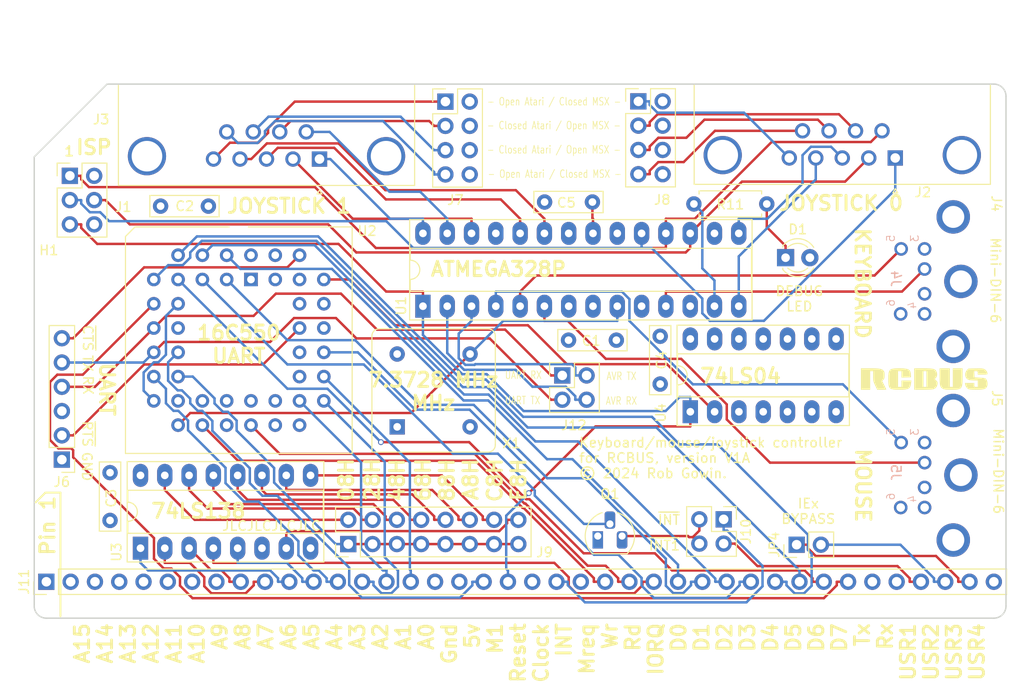
<source format=kicad_pcb>
(kicad_pcb (version 20240108) (generator "pcbnew") (generator_version "8.0")
  (title_block (title "KEMOJO") (date "2024-11-29") (rev "V1A") (comment 1 "Licensed under CC-BY-NC-SA 4.0"))
  (layers (0 "F.Cu" signal) (1 "In1.Cu" power "GND") (2 "In2.Cu" power "PWR") (31 "B.Cu" signal) (34 "B.Paste" user) (35 "F.Paste" user) (36 "B.SilkS" user "B.Silkscreen") (37 "F.SilkS" user "F.Silkscreen") (38 "B.Mask" user) (39 "F.Mask" user) (44 "Edge.Cuts" user))
  (net 0 "")
  (net 1 "GND")
  (net 2 "VCC")
  (net 3 "/D0")
  (net 4 "/D1")
  (net 5 "/D2")
  (net 6 "/D3")
  (net 7 "/D4")
  (net 8 "/D5")
  (net 9 "/D6")
  (net 10 "/D7")
  (net 11 "/AREF")
  (net 12 "Net-(D1-K)")
  (net 13 "/JOY0_FIRE")
  (net 14 "/JOY0_UP")
  (net 15 "/JOY0_DOWN")
  (net 16 "/JOY0_LEFT")
  (net 17 "/JOY0_RIGHT")
  (net 18 "Net-(J8-Pin_1)")
  (net 19 "Net-(J8-Pin_3)")
  (net 20 "Net-(J8-Pin_5)")
  (net 21 "Net-(J8-Pin_7)")
  (net 22 "/JOY1_UP")
  (net 23 "/JOY1_DOWN")
  (net 24 "/A7")
  (net 25 "/A6")
  (net 26 "/A5")
  (net 27 "/A4")
  (net 28 "/A3")
  (net 29 "/A2")
  (net 30 "/A1")
  (net 31 "/A0")
  (net 32 "/JOY1_LEFT")
  (net 33 "/JOY1_RIGHT")
  (net 34 "Net-(J7-Pin_1)")
  (net 35 "/JOY1_FIRE")
  (net 36 "Net-(J7-Pin_3)")
  (net 37 "Net-(J7-Pin_5)")
  (net 38 "Net-(J7-Pin_7)")
  (net 39 "/KBD_DATA")
  (net 41 "/KBD_CLK")
  (net 43 "/MOUSE_DATA")
  (net 45 "/MOUSE_CLK")
  (net 48 "/~{UART_SEL}")
  (net 49 "Net-(J9-Pin_2)")
  (net 50 "Net-(J9-Pin_4)")
  (net 51 "Net-(J9-Pin_6)")
  (net 52 "Net-(J9-Pin_8)")
  (net 53 "Net-(J9-Pin_10)")
  (net 54 "Net-(J9-Pin_12)")
  (net 55 "Net-(J9-Pin_14)")
  (net 56 "Net-(J9-Pin_16)")
  (net 57 "/~{INT1}")
  (net 58 "/~{IRQ}")
  (net 66 "/~{M1}")
  (net 67 "/~{RESET}")
  (net 69 "/~{INT}")
  (net 71 "/~{WR}")
  (net 72 "/~{RD}")
  (net 73 "/~{IORQ}")
  (net 78 "/AVR_TX")
  (net 79 "/AVR_RX")
  (net 80 "/INTR")
  (net 81 "/~{DEBUG_LED}")
  (net 82 "/CLK_OSC")
  (net 88 "Net-(U2-RCLK)")
  (net 99 "/RESET")
  (net 103 "/IEI")
  (net 104 "/IEO")
  (net 116 "/~{UART_RTS}")
  (net 117 "/UART_RX")
  (net 118 "/UART_TX")
  (net 119 "/~{UART_CTS}")
  (footprint "Capacitor_THT:C_Rect_L7.0mm_W2.0mm_P5.00mm" (layer "F.Cu") (at 214.762 124.278 180)
    (property "Reference" "C1")
    (property "Value" "0.1uF")
  )
  (footprint "RCBUS_LOGO:RCBUS" (layer "F.Cu") (at 247.1786 128.3452)
    (property "Reference" "G***")
    (property "Value" "LOGO" (hide yes))
  )
  (footprint "Package_LCC:PLCC-44_THT-Socket" (layer "F.Cu") (at 176.56 117.93)
    (property "Reference" "U2")
    (property "Value" "PC16550D")
  )
  (footprint "Resistor_THT:R_Axial_DIN0207_L6.3mm_D2.5mm_P7.62mm_Horizontal" (layer "F.Cu") (at 222.869 110.028)
    (property "Reference" "R11")
    (property "Value" "470")
  )
  (footprint "CUSTOM:mini_din" (layer "F.Cu") (at 240.2003 137.7685 -90)
    (property "Reference" "J5")
    (property "Value" "Mini-DIN-6")
  )
  (footprint "Capacitor_THT:C_Rect_L7.0mm_W2.0mm_P5.00mm" (layer "F.Cu") (at 167.109 110.255)
    (property "Reference" "C2")
    (property "Value" "0.1uF")
  )
  (footprint "Package_DIP:DIP-16_W7.62mm_Socket_LongPads" (layer "F.Cu") (at 165.01 146.045 90)
    (property "Reference" "U3")
    (property "Value" "74LS138")
  )
  (footprint "Capacitor_THT:C_Rect_L7.0mm_W2.0mm_P5.00mm" (layer "F.Cu") (at 161.825 143.14 90)
    (property "Reference" "C3")
    (property "Value" "0.1uF")
  )
  (footprint "Package_DIP:DIP-14_W7.62mm_Socket_LongPads" (layer "F.Cu") (at 222.495 131.77 90)
    (property "Reference" "U4")
    (property "Value" "74LS04")
  )
  (footprint "Oscillator:Oscillator_DIP-8" (layer "F.Cu") (at 191.847 133.349)
    (property "Reference" "X1")
    (property "Value" "CXO_DIP8")
  )
  (footprint "Connector_PinHeader_2.54mm:PinHeader_2x04_P2.54mm_Vertical" (layer "F.Cu") (at 217.065 99.295)
    (property "Reference" "J8")
    (property "Value" "Conn_02x04_Odd_Even")
  )
  (footprint "Capacitor_THT:C_Rect_L7.0mm_W2.0mm_P5.00mm" (layer "F.Cu") (at 207.259 109.826)
    (property "Reference" "C5")
    (property "Value" "0.1uF")
  )
  (footprint "MountingHole:MountingHole_3.2mm_M3" (layer "F.Cu") (at 158.9786 117.8052)
    (property "Reference" "H1")
    (property "Value" "MountingHole")
  )
  (footprint "Package_TO_SOT_THT:TO-92_HandSolder" (layer "F.Cu") (at 212.82 144.775)
    (property "Reference" "Q1")
    (property "Value" "2N7000")
  )
  (footprint "CUSTOM:mini_din" (layer "F.Cu") (at 240.1969 117.5086 -90)
    (property "Reference" "J4")
    (property "Value" "Mini-DIN-6")
  )
  (footprint "Connector_PinHeader_2.54mm:PinHeader_1x02_P2.54mm_Vertical" (layer "F.Cu") (at 233.61 145.68 90)
    (property "Reference" "JP4")
    (property "Value" "Jumper_2_Bridged")
  )
  (footprint "Connector_PinHeader_2.54mm:PinHeader_2x03_P2.54mm_Vertical" (layer "F.Cu") (at 157.628 107.085)
    (property "Reference" "J1")
    (property "Value" "Conn_02x03_Odd_Even")
  )
  (footprint "Connector_PinHeader_2.54mm:PinHeader_2x08_P2.54mm_Vertical" (layer "F.Cu") (at 186.735 145.615 90)
    (property "Reference" "J9")
    (property "Value" "Conn_02x08_Odd_Even")
  )
  (footprint "LED_THT:LED_D3.0mm" (layer "F.Cu") (at 232.4544 115.6498)
    (property "Reference" "D1")
    (property "Value" "LED")
  )
  (footprint "Connector_Dsub:DSUB-9_Male_Horizontal_P2.77x2.84mm_EdgePinOffset4.94mm_Housed_MountingHolesOffset7.48mm" (layer "F.Cu") (at 183.725 105.3287 180)
    (property "Reference" "J3")
    (property "Value" "DE9_Plug")
  )
  (footprint "Connector_PinHeader_2.54mm:PinHeader_1x40_P2.54mm_Vertical" (layer "F.Cu") (at 155.1686 149.5552 90)
    (property "Reference" "J11")
    (property "Value" "Conn_01x40")
  )
  (footprint "Capacitor_THT:C_Rect_L7.0mm_W2.0mm_P5.00mm" (layer "F.Cu") (at 219.345 128.87 90)
    (property "Reference" "C4")
    (property "Value" "0.1uF")
  )
  (footprint "Connector_PinHeader_2.54mm:PinHeader_2x02_P2.54mm_Vertical" (layer "F.Cu") (at 225.98 143.025 -90)
    (property "Reference" "J10")
    (property "Value" "Conn_02x02_Counter_Clockwise")
  )
  (footprint "Connector_Dsub:DSUB-9_Male_Horizontal_P2.77x2.84mm_EdgePinOffset4.94mm_Housed_MountingHolesOffset7.48mm" (layer "F.Cu") (at 243.9222 105.2161 180)
    (property "Reference" "J2")
    (property "Value" "DE9_Plug")
  )
  (footprint "Connector_PinHeader_2.54mm:PinHeader_2x04_P2.54mm_Vertical" (layer "F.Cu") (at 196.89 99.32)
    (property "Reference" "J7")
    (property "Value" "Conn_02x04_Odd_Even")
  )
  (footprint "Connector_PinHeader_2.54mm:PinHeader_1x06_P2.54mm_Vertical" (layer "F.Cu") (at 156.79 136.779 180)
    (property "Reference" "J6")
    (property "Value" "Conn_01x06_Pin")
  )
  (footprint "Package_DIP:DIP-28_W7.62mm_Socket_LongPads" (layer "F.Cu") (at 194.54 120.725 90)
    (property "Reference" "U1")
    (property "Value" "ATMEGA328P")
  )
  (footprint "Connector_PinHeader_2.54mm:PinHeader_2x02_P2.54mm_Vertical" (layer "F.Cu") (at 209.1114 127.9708)
    (property "Reference" "J12")
    (property "Value" "Conn_02x02_Odd_Even")
  )
  (gr_line (start 155.07208 140.22578) (end 156.6418 140.22578) (stroke (width 0.2)) (layer "F.SilkS"))
  (gr_line (start 156.6418 140.22578) (end 156.6418 153.162) (stroke (width 0.2)) (layer "F.SilkS"))
  (gr_line (start 155.07208 140.22578) (end 154.051 141.2494) (stroke (width 0.2)) (layer "F.SilkS"))
  (gr_line (start 153.8986 105.1052) (end 161.5186 97.4852) (stroke (width 0.15)) (layer "Edge.Cuts"))
  (gr_line (start 153.8986 105.1052) (end 153.8986 152.0952) (stroke (width 0.15)) (layer "Edge.Cuts"))
  (gr_line (start 254.2286 97.4852) (end 161.5186 97.4852) (stroke (width 0.15)) (layer "Edge.Cuts"))
  (gr_arc (start 255.4986 152.0952) (mid 255.126626 152.993226) (end 254.2286 153.3652) (stroke (width 0.15)) (layer "Edge.Cuts"))
  (gr_arc (start 254.2286 97.4852) (mid 255.126626 97.857174) (end 255.4986 98.7552) (stroke (width 0.15)) (layer "Edge.Cuts"))
  (gr_arc (start 155.1686 153.3652) (mid 154.270574 152.993226) (end 153.8986 152.0952) (stroke (width 0.15)) (layer "Edge.Cuts"))
  (gr_line (start 255.4986 98.7552) (end 255.4986 152.0952) (stroke (width 0.15)) (layer "Edge.Cuts"))
  (gr_line (start 155.1686 153.3652) (end 254.2286 153.3652) (stroke (width 0.15)) (layer "Edge.Cuts"))
  (gr_text "Pin 1" (at 155.30068 143.68018 90) (layer "F.SilkS") (effects (font (size 1.5 1.5) (thickness 0.3))))
  (gr_text "68H" (at 195.4386 141.2952 90) (layer "F.SilkS") (effects (font (size 1.5 1.5) (thickness 0.3) (bold yes)) (justify left bottom)))
  (gr_text "7.3728 MHz\nMHz" (at 195.637 131.732676 0) (layer "F.SilkS") (effects (font (size 1.5 1.5) (thickness 0.3) (bold yes)) (justify bottom)))
  (gr_text "RX" (at 158.947422 127.900038 -90) (layer "F.SilkS") (effects (font (size 1 1)) (justify left bottom)))
  (gr_text "UART TX" (at 203.07 131.051 0) (layer "F.SilkS") (effects (font (size 0.8001 0.6) (thickness 0.08001)) (justify left bottom)))
  (gr_text "KEYBOARD" (at 239.6236 112.3902 -90) (layer "F.SilkS") (effects (font (size 1.5 1.5) (thickness 0.3) (bold yes)) (justify left bottom)))
  (gr_text "GND" (at 158.8236 135.8742 -90) (layer "F.SilkS") (effects (font (size 1 1)) (justify left bottom)))
  (gr_text "- Open Atari / Closed MSX -" (at 201.2236 99.7852 0) (layer "F.SilkS") (effects (font (size 0.8001 0.6) (thickness 0.08001)) (justify left bottom)))
  (gr_text "28H" (at 190.1186 141.2652 90) (layer "F.SilkS") (effects (font (size 1.5 1.5) (thickness 0.3) (bold yes)) (justify left bottom)))
  (gr_text "74LS138" (at 165.9786 143.0352 0) (layer "F.SilkS") (effects (font (size 1.5 1.5) (thickness 0.3) (bold yes)) (justify left bottom)))
  (gr_text "TX" (at 158.897893 125.745529 -90) (layer "F.SilkS") (effects (font (size 1 1)) (justify left bottom)))
  (gr_text "ATMEGA328P" (at 195.2086 117.7202 0) (layer "F.SilkS") (effects (font (size 1.5 1.5) (thickness 0.3) (bold yes)) (justify left bottom)))
  (gr_text "~{INT}" (at 219.0186 143.6752 0) (layer "F.SilkS") (effects (font (size 1 1)) (justify left bottom)))
  (gr_text "AVR TX" (at 213.69 128.511 0) (layer "F.SilkS") (effects (font (size 0.8001 0.6) (thickness 0.08001)) (justify left bottom)))
  (gr_text "A8H" (at 200.4086 141.1852 90) (layer "F.SilkS") (effects (font (size 1.5 1.5) (thickness 0.3) (bold yes)) (justify left bottom)))
  (gr_text "- Closed Atari / Open MSX -" (at 201.1986 102.2752 0) (layer "F.SilkS") (effects (font (size 0.8001 0.6) (thickness 0.08001)) (justify left bottom)))
  (gr_text "MOUSE" (at 239.6736 135.4652 -90) (layer "F.SilkS") (effects (font (size 1.5 1.5) (thickness 0.3) (bold yes)) (justify left bottom)))
  (gr_text "88H" (at 197.9286 141.3252 90) (layer "F.SilkS") (effects (font (size 1.5 1.5) (thickness 0.3) (bold yes)) (justify left bottom)))
  (gr_text "- Closed Atari / Open MSX -" (at 201.1986 104.8152 0) (layer "F.SilkS") (effects (font (size 0.8001 0.6) (thickness 0.08001)) (justify left bottom)))
  (gr_text "1" (at 156.9466 105.1052 0) (layer "F.SilkS") (effects (font (size 1 1) (thickness 0.2) (bold yes)) (justify left bottom)))
  (gr_text "~{INT1}" (at 218.0686 146.3552 0) (layer "F.SilkS") (effects (font (size 1 1)) (justify left bottom)))
  (gr_text "E8H" (at 205.4186 141.2652 90) (layer "F.SilkS") (effects (font (size 1.5 1.5) (thickness 0.3) (bold yes)) (justify left bottom)))
  (gr_text "08H" (at 187.3986 141.2952 90) (layer "F.SilkS") (effects (font (size 1.5 1.5) (thickness 0.3) (bold yes)) (justify left bottom)))
  (gr_text "DEBUG\nLED" (at 233.893 121.34 0) (layer "F.SilkS") (effects (font (size 1 1)) (justify bottom)))
  (gr_text "UART" (at 160.6246 126.4922 -90) (layer "F.SilkS") (effects (font (size 1.5 1.5) (thickness 0.3) (bold yes)) (justify left bottom)))
  (gr_text "~{CTS}" (at 158.922658 122.600441 -90) (layer "F.SilkS") (effects (font (size 1 1)) (justify left bottom)))
  (gr_text "JOYSTICK 0" (at 231.6486 110.8252 0) (layer "F.SilkS") (effects (font (size 1.5 1.5) (thickness 0.3) (bold yes)) (justify left bottom)))
  (gr_text "Keyboard/mouse/joystick controller\nfor RCBUS, version V1A\n© 2024 Rob Gowin." (at 210.7826 138.7992 0) (layer "F.SilkS") (effects (font (size 1 1)) (justify left bottom)))
  (gr_text "- Open Atari / Closed MSX -" (at 201.2736 107.3552 0) (layer "F.SilkS") (effects (font (size 0.8001 0.6) (thickness 0.08001)) (justify left bottom)))
  (gr_text "JOYSTICK 1" (at 173.8966 111.1152 0) (layer "F.SilkS") (effects (font (size 1.5 1.5) (thickness 0.3) (bold yes)) (justify left bottom)))
  (gr_text "AVR RX" (at 213.61 131.101 0) (layer "F.SilkS") (effects (font (size 0.8001 0.6) (thickness 0.08001)) (justify left bottom)))
  (gr_text "JLCJLCJLCJLC" (at 173.4586 144.2952 0) (layer "F.SilkS") (effects (font (size 1 1)) (justify left bottom)))
  (gr_text "IEx\nBYPASS" (at 234.8286 143.5652 0) (layer "F.SilkS") (effects (font (size 1 1)) (justify bottom)))
  (gr_text "74LS04" (at 223.3786 128.9052 0) (layer "F.SilkS") (effects (font (size 1.5 1.5) (thickness 0.3) (bold yes)) (justify left bottom)))
  (gr_text "UART RX" (at 203.07 128.401 0) (layer "F.SilkS") (effects (font (size 0.8001 0.6) (thickness 0.08001)) (justify left bottom)))
  (gr_text "ISP" (at 158.1226 104.9742 0) (layer "F.SilkS") (effects (font (size 1.5 1.5) (thickness 0.3) (bold yes)) (justify left bottom)))
  (gr_text "C8H" (at 202.9386 141.3752 90) (layer "F.SilkS") (effects (font (size 1.5 1.5) (thickness 0.3) (bold yes)) (justify left bottom)))
  (gr_text "16C550\nUART" (at 175.2886 126.8082 0) (layer "F.SilkS") (effects (font (size 1.5 1.5) (thickness 0.3) (bold yes)) (justify bottom)))
  (gr_text "48H" (at 192.7186 141.3252 90) (layer "F.SilkS") (effects (font (size 1.5 1.5) (thickness 0.3) (bold yes)) (justify left bottom)))
  (gr_text "A15\nA14\nA13\nA12\nA11\nA10\nA9\nA8\nA7\nA6\nA5\nA4\nA3\nA2\nA1\nA0\nGnd\n5v\nM1\nReset\nClock\nINT\nMreq\nWr\nRd\nIORQ\nD0\nD1\nD2\nD3\nD4\nD5\nD6\nD7\nTx\nRx\nUSR1\nUSR2\nUSR3\nUSR4" (at 205.6862 153.7323 90) (layer "F.SilkS") (effects (font (size 1.49 1.5) (thickness 0.3)) (justify right)))
  (gr_text "~{RTS}" (at 158.873129 132.630053 -90) (layer "F.SilkS") (effects (font (size 1 1)) (justify left bottom)))
  (segment (start 221.2086 147.768) (end 210.1724 136.7318) (width 0.254) (layer "B.Cu") (net 3))
  (segment (start 221.2086 149.5552) (end 221.2086 147.768) (width 0.254) (layer "B.Cu") (net 3))
  (segment (start 198.7895 130.5875) (end 185.0238 116.8218) (width 0.254) (layer "B.Cu") (net 3))
  (segment (start 185.0238 116.8218) (end 175.4518 116.8218) (width 0.254) (layer "B.Cu") (net 3))
  (segment (start 210.1724 136.7318) (end 207.5142 136.7318) (width 0.254) (layer "B.Cu") (net 3))
  (segment (start 175.4518 116.8218) (end 174.02 115.39) (width 0.254) (layer "B.Cu") (net 3))
  (segment (start 201.3699 130.5875) (end 198.7895 130.5875) (width 0.254) (layer "B.Cu") (net 3))
  (segment (start 207.5142 136.7318) (end 201.3699 130.5875) (width 0.254) (layer "B.Cu") (net 3))
  (segment (start 207.5263 138.7237) (end 211.5172 138.7237) (width 0.254) (layer "B.Cu") (net 4))
  (segment (start 219.9386 147.1451) (end 219.9386 149.9737) (width 0.254) (layer "B.Cu") (net 4))
  (segment (start 211.5172 138.7237) (end 219.9386 147.1451) (width 0.254) (layer "B.Cu") (net 4))
  (segment (start 180.37 124.28) (end 187.46 124.28) (width 0.254) (layer "B.Cu") (net 4))
  (segment (start 199.8477 131.0451) (end 207.5263 138.7237) (width 0.254) (layer "B.Cu") (net 4))
  (segment (start 219.9386 149.9737) (end 220.7097 150.7448) (width 0.254) (layer "B.Cu") (net 4))
  (segment (start 223.7486 149.5552) (end 222.5681 149.5552) (width 0.254) (layer "B.Cu") (net 4))
  (segment (start 221.7474 150.7448) (end 222.5681 149.9241) (width 0.254) (layer "B.Cu") (net 4))
  (segment (start 174.02 117.93) (end 180.37 124.28) (width 0.254) (layer "B.Cu") (net 4))
  (segment (start 187.46 124.28) (end 194.2251 131.0451) (width 0.254) (layer "B.Cu") (net 4))
  (segment (start 220.7097 150.7448) (end 221.7474 150.7448) (width 0.254) (layer "B.Cu") (net 4))
  (segment (start 222.5681 149.9241) (end 222.5681 149.5552) (width 0.254) (layer "B.Cu") (net 4))
  (segment (start 194.2251 131.0451) (end 199.8477 131.0451) (width 0.254) (layer "B.Cu") (net 4))
  (segment (start 210.7527 134.8738) (end 206.3032 134.8738) (width 0.254) (layer "B.Cu") (net 5))
  (segment (start 183.2137 114.3437) (end 172.5263 114.3437) (width 0.254) (layer "B.Cu") (net 5))
  (segment (start 172.5263 114.3437) (end 171.48 115.39) (width 0.254) (layer "B.Cu") (net 5))
  (segment (start 226.2886 149.5552) (end 225.1081 149.5552) (width 0.254) (layer "B.Cu") (net 5))
  (segment (start 198.8383 129.9683) (end 183.2137 114.3437) (width 0.254) (layer "B.Cu") (net 5))
  (segment (start 225.1081 149.2292) (end 210.7527 134.8738) (width 0.254) (layer "B.Cu") (net 5))
  (segment (start 206.3032 134.8738) (end 201.3977 129.9683) (width 0.254) (layer "B.Cu") (net 5))
  (segment (start 201.3977 129.9683) (end 198.8383 129.9683) (width 0.254) (layer "B.Cu") (net 5))
  (segment (start 225.1081 149.5552) (end 225.1081 149.2292) (width 0.254) (layer "B.Cu") (net 5))
  (segment (start 226.3184 151.2538) (end 218.6904 151.2538) (width 0.254) (layer "B.Cu") (net 6))
  (segment (start 227.6481 149.5552) (end 227.6481 149.9241) (width 0.254) (layer "B.Cu") (net 6))
  (segment (start 218.6904 151.2538) (end 217.3986 149.962) (width 0.254) (layer "B.Cu") (net 6))
  (segment (start 180.37 126.82) (end 171.48 117.93) (width 0.254) (layer "B.Cu") (net 6))
  (segment (start 202.3809 136.1547) (end 197.6873 136.1547) (width 0.254) (layer "B.Cu") (net 6))
  (segment (start 217.3986 149.1514) (end 214.9765 146.7293) (width 0.254) (layer "B.Cu") (net 6))
  (segment (start 227.6481 149.9241) (end 226.3184 151.2538) (width 0.254) (layer "B.Cu") (net 6))
  (segment (start 206.232 140.0058) (end 202.3809 136.1547) (width 0.254) (layer "B.Cu") (net 6))
  (segment (start 228.8286 149.5552) (end 227.6481 149.5552) (width 0.254) (layer "B.Cu") (net 6))
  (segment (start 206.232 140.5397) (end 206.232 140.0058) (width 0.254) (layer "B.Cu") (net 6))
  (segment (start 197.6873 136.1547) (end 188.3526 126.82) (width 0.254) (layer "B.Cu") (net 6))
  (segment (start 214.9765 146.7293) (end 212.4216 146.7293) (width 0.254) (layer "B.Cu") (net 6))
  (segment (start 217.3986 149.962) (end 217.3986 149.1514) (width 0.254) (layer "B.Cu") (net 6))
  (segment (start 212.4216 146.7293) (end 206.232 140.5397) (width 0.254) (layer "B.Cu") (net 6))
  (segment (start 188.3526 126.82) (end 180.37 126.82) (width 0.254) (layer "B.Cu") (net 6))
  (segment (start 235.1786 146.612) (end 235.1786 149.9759) (width 0.254) (layer "B.Cu") (net 7))
  (segment (start 183.5863 113.4222) (end 198.5695 128.4054) (width 0.254) (layer "B.Cu") (net 7))
  (segment (start 170.9078 113.4222) (end 183.5863 113.4222) (width 0.254) (layer "B.Cu") (net 7))
  (segment (start 168.94 115.39) (end 170.9078 113.4222) (width 0.254) (layer "B.Cu") (net 7))
  (segment (start 218.4772 132.2962) (end 221.3644 135.1834) (width 0.254) (layer "B.Cu") (net 7))
  (segment (start 234.7906 144.6293) (end 234.7906 146.224) (width 0.254) (layer "B.Cu") (net 7))
  (segment (start 235.1786 149.9759) (end 234.3773 150.7772) (width 0.254) (layer "B.Cu") (net 7))
  (segment (start 233.4042 150.7772) (end 232.5491 149.9221) (width 0.254) (layer "B.Cu") (net 7))
  (segment (start 221.3644 135.1834) (end 225.3447 135.1834) (width 0.254) (layer "B.Cu") (net 7))
  (segment (start 198.5695 128.4054) (end 201.1292 128.4054) (width 0.254) (layer "B.Cu") (net 7))
  (segment (start 225.3447 135.1834) (end 234.7906 144.6293) (width 0.254) (layer "B.Cu") (net 7))
  (segment (start 205.02 132.2962) (end 218.4772 132.2962) (width 0.254) (layer "B.Cu") (net 7))
  (segment (start 234.3773 150.7772) (end 233.4042 150.7772) (width 0.254) (layer "B.Cu") (net 7))
  (segment (start 201.1292 128.4054) (end 205.02 132.2962) (width 0.254) (layer "B.Cu") (net 7))
  (segment (start 234.7906 146.224) (end 235.1786 146.612) (width 0.254) (layer "B.Cu") (net 7))
  (segment (start 231.3686 149.5552) (end 232.5491 149.5552) (width 0.254) (layer "B.Cu") (net 7))
  (segment (start 232.5491 149.9221) (end 232.5491 149.5552) (width 0.254) (layer "B.Cu") (net 7))
  (segment (start 201.2709 129.1942) (end 205.4968 133.4201) (width 0.254) (layer "B.Cu") (net 8))
  (segment (start 183.4032 113.8861) (end 198.7113 129.1942) (width 0.254) (layer "B.Cu") (net 8))
  (segment (start 233.9086 149.5552) (end 233.9086 148.3747) (width 0.254) (layer "B.Cu") (net 8))
  (segment (start 198.7113 129.1942) (end 201.2709 129.1942) (width 0.254) (layer "B.Cu") (net 8))
  (segment (start 171.419 113.8861) (end 183.4032 113.8861) (width 0.254) (layer "B.Cu") (net 8))
  (segment (start 205.4968 133.4201) (end 218.954 133.4201) (width 0.254) (layer "B.Cu") (net 8))
  (segment (start 170.21 115.0951) (end 171.419 113.8861) (width 0.254) (layer "B.Cu") (net 8))
  (segment (start 170.21 115.6418) (end 170.21 115.0951) (width 0.254) (layer "B.Cu") (net 8))
  (segment (start 218.954 133.4201) (end 233.9086 148.3747) (width 0.254) (layer "B.Cu") (net 8))
  (segment (start 169.42 116.4318) (end 170.21 115.6418) (width 0.254) (layer "B.Cu") (net 8))
  (segment (start 167.8982 116.4318) (end 169.42 116.4318) (width 0.254) (layer "B.Cu") (net 8))
  (segment (start 166.4 117.93) (end 167.8982 116.4318) (width 0.254) (layer "B.Cu") (net 8))
  (segment (start 199.3742 134.95) (end 205.3404 140.9162) (width 0.254) (layer "F.Cu") (net 9))
  (segment (start 205.3404 140.9162) (end 205.6758 140.9162) (width 0.254) (layer "F.Cu") (net 9))
  (segment (start 235.2681 149.1862) (end 235.2681 149.5552) (width 0.254) (layer "F.Cu") (net 9))
  (segment (start 218.7864 146.5755) (end 220.5856 148.3747) (width 0.254) (layer "F.Cu") (net 9))
  (segment (start 211.3351 146.5755) (end 218.7864 146.5755) (width 0.254) (layer "F.Cu") (net 9))
  (segment (start 220.5856 148.3747) (end 234.4566 148.3747) (width 0.254) (layer "F.Cu") (net 9))
  (segment (start 205.6758 140.9162) (end 211.3351 146.5755) (width 0.254) (layer "F.Cu") (net 9))
  (segment (start 190.1474 134.95) (end 199.3742 134.95) (width 0.254) (layer "F.Cu") (net 9))
  (segment (start 234.4566 148.3747) (end 235.2681 149.1862) (width 0.254) (layer "F.Cu") (net 9))
  (segment (start 236.4486 149.5552) (end 235.2681 149.5552) (width 0.254) (layer "F.Cu") (net 9))
  (via (at 190.1474 134.95) (size 0.6) (drill 0.4) (layers "F.Cu" "B.Cu") (net 9))
  (segment (start 180.37 129.36) (end 168.94 117.93) (width 0.254) (layer "B.Cu") (net 9))
  (segment (start 190.1474 134.95) (end 184.5574 129.36) (width 0.254) (layer "B.Cu") (net 9))
  (segment (start 184.5574 129.36) (end 180.37 129.36) (width 0.254) (layer "B.Cu") (net 9))
  (segment (start 157.7768 135.5984) (end 157.9705 135.7921) (width 0.254) (layer "F.Cu") (net 10))
  (segment (start 157.9705 135.7921) (end 157.9705 136.5346) (width 0.254) (layer "F.Cu") (net 10))
  (segment (start 169.1386 149.9639) (end 170.4479 151.2732) (width 0.254) (layer "F.Cu") (net 10))
  (segment (start 157.9705 136.5346) (end 166.4194 144.9835) (width 0.254) (layer "F.Cu") (net 10))
  (segment (start 167.4447 148.1738) (end 168.2423 148.1738) (width 0.254) (layer "F.Cu") (net 10))
  (segment (start 169.1386 149.0701) (end 169.1386 149.9639) (width 0.254) (layer "F.Cu") (net 10))
  (segment (start 155.5475 128.6533) (end 155.5475 134.7238) (width 0.254) (layer "F.Cu") (net 10))
  (segment (start 155.5475 134.7238) (end 156.4221 135.5984) (width 0.254) (layer "F.Cu") (net 10))
  (segment (start 238.9886 149.5552) (end 237.8081 149.5552) (width 0.254) (layer "F.Cu") (net 10))
  (segment (start 170.4479 151.2732) (end 236.459 151.2732) (width 0.254) (layer "F.Cu") (net 10))
  (segment (start 166.4194 144.9835) (end 166.4194 147.1485) (width 0.254) (layer "F.Cu") (net 10))
  (segment (start 168.2423 148.1738) (end 169.1386 149.0701) (width 0.254) (layer "F.Cu") (net 10))
  (segment (start 166.4194 147.1485) (end 167.4447 148.1738) (width 0.254) (layer "F.Cu") (net 10))
  (segment (start 237.8081 149.9241) (end 237.8081 149.5552) (width 0.254) (layer "F.Cu") (net 10))
  (segment (start 236.459 151.2732) (end 237.8081 149.9241) (width 0.254) (layer "F.Cu") (net 10))
  (segment (start 166.4 120.47) (end 158.981 127.889) (width 0.254) (layer "F.Cu") (net 10))
  (segment (start 158.981 127.889) (end 156.3118 127.889) (width 0.254) (layer "F.Cu") (net 10))
  (segment (start 156.4221 135.5984) (end 157.7768 135.5984) (width 0.254) (layer "F.Cu") (net 10))
  (segment (start 156.3118 127.889) (end 155.5475 128.6533) (width 0.254) (layer "F.Cu") (net 10))
  (segment (start 212.32 111.5745) (end 212.259 111.5135) (width 0.254) (layer "F.Cu") (net 11))
  (segment (start 212.32 113.105) (end 212.32 111.5745) (width 0.254) (layer "F.Cu") (net 11))
  (segment (start 212.259 111.5135) (end 212.259 109.826) (width 0.254) (layer "F.Cu") (net 11))
  (segment (start 232.4544 115.6498) (end 232.4544 114.4193) (width 0.254) (layer "F.Cu") (net 12))
  (segment (start 230.489 112.4539) (end 230.489 110.028) (width 0.254) (layer "F.Cu") (net 12))
  (segment (start 232.4544 114.4193) (end 230.489 112.4539) (width 0.254) (layer "F.Cu") (net 12))
  (segment (start 189.6148 114.6355) (end 219.94 114.6355) (width 0.254) (layer "F.Cu") (net 13))
  (segment (start 219.94 111.5745) (end 222.9662 111.5745) (width 0.254) (layer "F.Cu") (net 13))
  (segment (start 222.9662 111.5745) (end 230.9949 103.5458) (width 0.254) (layer "F.Cu") (net 13))
  (segment (start 159.62 108.2655) (end 183.2448 108.2655) (width 0.254) (layer "F.Cu") (net 13))
  (segment (start 183.2448 108.2655) (end 189.6148 114.6355) (width 0.254) (layer "F.Cu") (net 13))
  (segment (start 158.8085 107.085) (end 158.8085 107.454) (width 0.254) (layer "F.Cu") (net 13))
  (segment (start 219.94 113.105) (end 219.94 111.5745) (width 0.254) (layer "F.Cu") (net 13))
  (segment (start 219.94 113.105) (end 219.94 114.6355) (width 0.254) (layer "F.Cu") (net 13))
  (segment (start 158.8085 107.454) (end 159.62 108.2655) (width 0.254) (layer "F.Cu") (net 13))
  (segment (start 157.628 107.085) (end 158.8085 107.085) (width 0.254) (layer "F.Cu") (net 13))
  (segment (start 230.9949 103.5458) (end 241.3675 103.5458) (width 0.254) (layer "F.Cu") (net 13))
  (segment (start 241.3675 103.5458) (end 242.5372 102.3761) (width 0.254) (layer "F.Cu") (net 13))
  (segment (start 224.5377 122.2556) (end 230.1935 122.2556) (width 0.254) (layer "B.Cu") (net 14))
  (segment (start 157.628 109.625) (end 158.8085 109.625) (width 0.254) (layer "B.Cu") (net 14))
  (segment (start 159.7116 110.895) (end 158.8085 109.9919) (width 0.254) (layer "B.Cu") (net 14))
  (segment (start 217.4 114.6355) (end 193.5153 114.6355) (width 0.254) (layer "B.Cu") (net 14))
  (segment (start 161.7362 111.8298) (end 160.8014 110.895) (width 0.254) (layer "B.Cu") (net 14))
  (segment (start 217.4 114.5211) (end 217.4 114.6355) (width 0.254) (layer "B.Cu") (net 14))
  (segment (start 223.75 119.9333) (end 223.75 121.4679) (width 0.254) (layer "B.Cu") (net 14))
  (segment (start 217.4 113.105) (end 217.4 114.5211) (width 0.254) (layer "B.Cu") (net 14))
  (segment (start 223.75 121.4679) (end 224.5377 122.2556) (width 0.254) (layer "B.Cu") (net 14))
  (segment (start 218.4522 114.6355) (end 223.75 119.9333) (width 0.254) (layer "B.Cu") (net 14))
  (segment (start 160.8014 110.895) (end 159.7116 110.895) (width 0.254) (layer "B.Cu") (net 14))
  (segment (start 230.1935 122.2556) (end 243.9222 108.5269) (width 0.254) (layer "B.Cu") (net 14))
  (segment (start 193.5153 114.6355) (end 190.7096 111.8298) (width 0.254) (layer "B.Cu") (net 14))
  (segment (start 217.4 114.6355) (end 218.4522 114.6355) (width 0.254) (layer "B.Cu") (net 14))
  (segment (start 190.7096 111.8298) (end 161.7362 111.8298) (width 0.254) (layer "B.Cu") (net 14))
  (segment (start 158.8085 109.9919) (end 158.8085 109.625) (width 0.254) (layer "B.Cu") (net 14))
  (segment (start 243.9222 108.5269) (end 243.9222 105.2161) (width 0.254) (layer "B.Cu") (net 14))
  (segment (start 238.6766 107.6917) (end 227.8933 107.6917) (width 0.254) (layer "F.Cu") (net 15))
  (segment (start 160.168 109.625) (end 161.3485 109.625) (width 0.254) (layer "F.Cu") (net 15))
  (segment (start 187.5718 115.0995) (end 184.6327 112.1604) (width 0.254) (layer "F.Cu") (net 15))
  (segment (start 163.8839 112.1604) (end 161.3485 109.625) (width 0.254) (layer "F.Cu") (net 15))
  (segment (start 222.48 114.6355) (end 222.016 115.0995) (width 0.254) (layer "F.Cu") (net 15))
  (segment (start 222.016 115.0995) (end 187.5718 115.0995) (width 0.254) (layer "F.Cu") (net 15))
  (segment (start 222.48 113.105) (end 222.48 114.6355) (width 0.254) (layer "F.Cu") (net 15))
  (segment (start 184.6327 112.1604) (end 163.8839 112.1604) (width 0.254) (layer "F.Cu") (net 15))
  (segment (start 241.1522 105.2161) (end 238.6766 107.6917) (width 0.254) (layer "F.Cu") (net 15))
  (segment (start 227.8933 107.6917) (end 222.48 113.105) (width 0.254) (layer "F.Cu") (net 15))
  (segment (start 237.2125 104.0464) (end 238.3822 105.2161) (width 0.254) (layer "B.Cu") (net 16))
  (segment (start 227.56 113.105) (end 227.56 111.5745) (width 0.254) (layer "B.Cu") (net 16))
  (segment (start 234.2272 104.9206) (end 235.1014 104.0464) (width 0.254) (layer "B.Cu") (net 16))
  (segment (start 227.56 111.5745) (end 230.5414 111.5745) (width 0.254) (layer "B.Cu") (net 16))
  (segment (start 235.1014 104.0464) (end 237.2125 104.0464) (width 0.254) (layer "B.Cu") (net 16))
  (segment (start 234.2272 107.8887) (end 234.2272 104.9206) (width 0.254) (layer "B.Cu") (net 16))
  (segment (start 230.5414 111.5745) (end 234.2272 107.8887) (width 0.254) (layer "B.Cu") (net 16))
  (segment (start 227.56 120.725) (end 227.56 119.1945) (width 0.254) (layer "B.Cu") (net 17))
  (segment (start 227.56 119.1945) (end 227.56 115.5142) (width 0.254) (layer "B.Cu") (net 17))
  (segment (start 227.56 115.5142) (end 235.6122 107.462) (width 0.254) (layer "B.Cu") (net 17))
  (segment (start 235.6122 107.462) (end 235.6122 105.2161) (width 0.254) (layer "B.Cu") (net 17))
  (segment (start 217.065 99.295) (end 218.2455 99.295) (width 0.254) (layer "B.Cu") (net 18))
  (segment (start 218.2455 99.664) (end 218.2455 99.295) (width 0.254) (layer "B.Cu") (net 18))
  (segment (start 219.057 100.4755) (end 218.2455 99.664) (width 0.254) (layer "B.Cu") (net 18))
  (segment (start 232.8422 105.2161) (end 228.1016 100.4755) (width 0.254) (layer "B.Cu") (net 18))
  (segment (start 228.1016 100.4755) (end 219.057 100.4755) (width 0.254) (layer "B.Cu") (net 18))
  (segment (start 238.0355 100.6444) (end 219.0692 100.6444) (width 0.254) (layer "F.Cu") (net 19))
  (segment (start 217.065 101.835) (end 218.2455 101.835) (width 0.254) (layer "F.Cu") (net 19))
  (segment (start 219.0692 100.6444) (end 218.2455 101.4681) (width 0.254) (layer "F.Cu") (net 19))
  (segment (start 239.7672 102.3761) (end 238.0355 100.6444) (width 0.254) (layer "F.Cu") (net 19))
  (segment (start 218.2455 101.4681) (end 218.2455 101.835) (width 0.254) (layer "F.Cu") (net 19))
  (segment (start 223.9714 101.2115) (end 222.0779 103.105) (width 0.254) (layer "F.Cu") (net 20))
  (segment (start 217.065 104.375) (end 218.2455 104.375) (width 0.254) (layer "F.Cu") (net 20))
  (segment (start 222.0779 103.105) (end 219.1486 103.105) (width 0.254) (layer "F.Cu") (net 20))
  (segment (start 218.2455 104.0081) (end 218.2455 104.375) (width 0.254) (layer "F.Cu") (net 20))
  (segment (start 219.1486 103.105) (end 218.2455 104.0081) (width 0.254) (layer "F.Cu") (net 20))
  (segment (start 235.8326 101.2115) (end 223.9714 101.2115) (width 0.254) (layer "F.Cu") (net 20))
  (segment (start 236.9972 102.3761) (end 235.8326 101.2115) (width 0.254) (layer "F.Cu") (net 20))
  (segment (start 218.2455 106.5481) (end 218.2455 106.915) (width 0.254) (layer "F.Cu") (net 21))
  (segment (start 221.8005 105.645) (end 219.1486 105.645) (width 0.254) (layer "F.Cu") (net 21))
  (segment (start 225.0694 102.3761) (end 221.8005 105.645) (width 0.254) (layer "F.Cu") (net 21))
  (segment (start 219.1486 105.645) (end 218.2455 106.5481) (width 0.254) (layer "F.Cu") (net 21))
  (segment (start 234.2272 102.3761) (end 225.0694 102.3761) (width 0.254) (layer "F.Cu") (net 21))
  (segment (start 217.065 106.915) (end 218.2455 106.915) (width 0.254) (layer "F.Cu") (net 21))
  (segment (start 194.54 113.105) (end 194.54 111.5745) (width 0.254) (layer "B.Cu") (net 22))
  (segment (start 183.725 105.3287) (end 184.8555 105.3287) (width 0.254) (layer "B.Cu") (net 22))
  (segment (start 191.1013 111.5745) (end 184.8555 105.3287) (width 0.254) (layer "B.Cu") (net 22))
  (segment (start 194.54 111.5745) (end 191.1013 111.5745) (width 0.254) (layer "B.Cu") (net 22))
  (segment (start 199.62 113.105) (end 199.62 111.5745) (width 0.254) (layer "F.Cu") (net 23))
  (segment (start 187.2008 111.5745) (end 180.955 105.3287) (width 0.254) (layer "F.Cu") (net 23))
  (segment (start 199.62 111.5745) (end 187.2008 111.5745) (width 0.254) (layer "F.Cu") (net 23))
  (segment (start 173.4966 148.3747) (end 172.4197 148.3747) (width 0.254) (layer "F.Cu") (net 24))
  (segment (start 175.4886 149.5552) (end 174.3081 149.5552) (width 0.254) (layer "F.Cu") (net 24))
  (segment (start 172.4197 148.3747) (end 170.09 146.045) (width 0.254) (layer "F.Cu") (net 24))
  (segment (start 174.3081 149.5552) (end 174.3081 149.1862) (width 0.254) (layer "F.Cu") (net 24))
  (segment (start 174.3081 149.1862) (end 173.4966 148.3747) (width 0.254) (layer "F.Cu") (net 24))
  (segment (start 167.55 146.045) (end 167.55 147.5755) (width 0.254) (layer "F.Cu") (net 25))
  (segment (start 176.0055 150.7667) (end 172.4238 150.7667) (width 0.254) (layer "F.Cu") (net 25))
  (segment (start 176.8481 149.5552) (end 176.8481 149.9241) (width 0.254) (layer "F.Cu") (net 25))
  (segment (start 171.6786 149.0822) (end 170.1719 147.5755) (width 0.254) (layer "F.Cu") (net 25))
  (segment (start 170.1719 147.5755) (end 167.55 147.5755) (width 0.254) (layer "F.Cu") (net 25))
  (segment (start 171.6786 150.0215) (end 171.6786 149.0822) (width 0.254) (layer "F.Cu") (net 25))
  (segment (start 178.0286 149.5552) (end 176.8481 149.5552) (width 0.254) (layer "F.Cu") (net 25))
  (segment (start 176.8481 149.9241) (end 176.0055 150.7667) (width 0.254) (layer "F.Cu") (net 25))
  (segment (start 172.4238 150.7667) (end 171.6786 150.0215) (width 0.254) (layer "F.Cu") (net 25))
  (segment (start 180.5686 149.5552) (end 179.3881 149.5552) (width 0.254) (layer "B.Cu") (net 26))
  (segment (start 165.01 146.045) (end 165.01 147.5755) (width 0.254) (layer "B.Cu") (net 26))
  (segment (start 179.3881 149.5552) (end 179.3881 149.1862) (width 0.254) (layer "B.Cu") (net 26))
  (segment (start 165.8092 148.3747) (end 165.01 147.5755) (width 0.254) (layer "B.Cu") (net 26))
  (segment (start 178.5766 148.3747) (end 165.8092 148.3747) (width 0.254) (layer "B.Cu") (net 26))
  (segment (start 179.3881 149.1862) (end 178.5766 148.3747) (width 0.254) (layer "B.Cu") (net 26))
  (segment (start 183.1086 149.5552) (end 181.9281 149.5552) (width 0.254) (layer "B.Cu") (net 27))
  (segment (start 181.9281 149.1863) (end 180.3173 147.5755) (width 0.254) (layer "B.Cu") (net 27))
  (segment (start 180.3173 147.5755) (end 175.17 147.5755) (width 0.254) (layer "B.Cu") (net 27))
  (segment (start 181.9281 149.5552) (end 181.9281 149.1863) (width 0.254) (layer "B.Cu") (net 27))
  (segment (start 175.17 146.045) (end 175.17 147.5755) (width 0.254) (layer "B.Cu") (net 27))
  (segment (start 181.52 146.7857) (end 181.52 145.3158) (width 0.254) (layer "B.Cu") (net 28))
  (segment (start 175.8215 141.1597) (end 173.9 139.2382) (width 0.254) (layer "B.Cu") (net 28))
  (segment (start 169.9818 132.69) (end 168.9636 131.6718) (width 0.254) (layer "B.Cu") (net 28))
  (segment (start 168.9636 131.6718) (end 168.46 131.6718) (width 0.254) (layer "B.Cu") (net 28))
  (segment (start 183.109 148.3747) (end 181.52 146.7857) (width 0.254) (layer "B.Cu") (net 28))
  (segment (start 168.46 131.6718) (end 167.67 130.8818) (width 0.254) (layer "B.Cu") (net 28))
  (segment (start 173.9 137.6269) (end 169.9818 133.7087) (width 0.254) (layer "B.Cu") (net 28))
  (segment (start 177.3639 141.1597) (end 175.8215 141.1597) (width 0.254) (layer "B.Cu") (net 28))
  (segment (start 184.4681 149.1862) (end 183.6566 148.3747) (width 0.254) (layer "B.Cu") (net 28))
  (segment (start 185.6486 149.5552) (end 184.4681 149.5552) (width 0.254) (layer "B.Cu") (net 28))
  (segment (start 167.67 130.8818) (end 167.67 129.36) (width 0.254) (layer "B.Cu") (net 28))
  (segment (start 169.9818 133.7087) (end 169.9818 132.69) (width 0.254) (layer "B.Cu") (net 28))
  (segment (start 167.67 129.36) (end 166.4 128.09) (width 0.254) (layer "B.Cu") (net 28))
  (segment (start 173.9 139.2382) (end 173.9 137.6269) (width 0.254) (layer "B.Cu") (net 28))
  (segment (start 183.6566 148.3747) (end 183.109 148.3747) (width 0.254) (layer "B.Cu") (net 28))
  (segment (start 184.4681 149.5552) (end 184.4681 149.1862) (width 0.254) (layer "B.Cu") (net 28))
  (segment (start 181.52 145.3158) (end 177.3639 141.1597) (width 0.254) (layer "B.Cu") (net 28))
  (segment (start 190.545 146.9932) (end 190.545 136.995) (width 0.254) (layer "B.Cu") (net 29))
  (segment (start 190.545 136.995) (end 184.18 130.63) (width 0.254) (layer "B.Cu") (net 29))
  (segment (start 189.3691 149.9241) (end 190.2076 150.7626) (width 0.254) (layer "B.Cu") (net 29))
  (segment (start 190.2076 150.7626) (end 191.2377 150.7626) (width 0.254) (layer "B.Cu") (net 29))
  (segment (start 191.2377 150.7626) (end 191.9286 150.0717) (width 0.254) (layer "B.Cu") (net 29))
  (segment (start 191.9286 148.3768) (end 190.545 146.9932) (width 0.254) (layer "B.Cu") (net 29))
  (segment (start 191.9286 150.0717) (end 191.9286 148.3768) (width 0.254) (layer "B.Cu") (net 29))
  (segment (start 188.1886 149.5552) (end 189.3691 149.5552) (width 0.254) (layer "B.Cu") (net 29))
  (segment (start 189.3691 149.5552) (end 189.3691 149.9241) (width 0.254) (layer "B.Cu") (net 29))
  (segment (start 190.7286 148.3747) (end 190.3597 148.3747) (width 0.254) (layer "B.Cu") (net 30))
  (segment (start 190.3597 148.3747) (end 188.0719 146.0869) (width 0.254) (layer "B.Cu") (net 30))
  (segment (start 190.7286 149.5552) (end 190.7286 148.3747) (width 0.254) (layer "B.Cu") (net 30))
  (segment (start 188.0719 146.0869) (end 188.0719 137.0619) (width 0.254) (layer "B.Cu") (net 30))
  (segment (start 188.0719 137.0619) (end 181.64 130.63) (width 0.254) (layer "B.Cu") (net 30))
  (segment (start 193.2686 149.5552) (end 193.2686 148.3747) (width 0.254) (layer "B.Cu") (net 31))
  (segment (start 193.2686 148.3747) (end 193.1744 148.2805) (width 0.254) (layer "B.Cu") (net 31))
  (segment (start 193.1744 137.0844) (end 184.18 128.09) (width 0.254) (layer "B.Cu") (net 31))
  (segment (start 193.1744 148.2805) (end 193.1744 137.0844) (width 0.254) (layer "B.Cu") (net 31))
  (segment (start 190.6629 109.5529) (end 185.265 104.155) (width 0.254) (layer "F.Cu") (net 32))
  (segment (start 202.6784 109.5529) (end 190.6629 109.5529) (width 0.254) (layer "F.Cu") (net 32))
  (segment (start 204.7 113.105) (end 204.7 111.5745) (width 0.254) (layer "F.Cu") (net 32))
  (segment (start 204.7 111.5745) (end 202.6784 109.5529) (width 0.254) (layer "F.Cu") (net 32))
  (segment (start 179.3587 104.155) (end 178.185 105.3287) (width 0.254) (layer "F.Cu") (net 32))
  (segment (start 185.265 104.155) (end 179.3587 104.155) (width 0.254) (layer "F.Cu") (net 32))
  (segment (start 190.6152 108.5903) (end 185.7169 103.692) (width 0.254) (layer "F.Cu") (net 33))
  (segment (start 178.2229 103.692) (end 176.5862 105.3287) (width 0.254) (layer "F.Cu") (net 33))
  (segment (start 185.7169 103.692) (end 178.2229 103.692) (width 0.254) (layer "F.Cu") (net 33))
  (segment (start 207.24 113.105) (end 207.24 111.5745) (width 0.254) (layer "F.Cu") (net 33))
  (segment (start 207.24 111.5745) (end 204.2558 108.5903) (width 0.254) (layer "F.Cu") (net 33))
  (segment (start 176.5862 105.3287) (end 175.415 105.3287) (width 0.254) (layer "F.Cu") (net 33))
  (segment (start 204.2558 108.5903) (end 190.6152 108.5903) (width 0.254) (layer "F.Cu") (net 33))
  (segment (start 174.3545 103.6192) (end 172.645 105.3287) (width 0.254) (layer "F.Cu") (net 34))
  (segment (start 177.3222 103.6192) (end 174.3545 103.6192) (width 0.254) (layer "F.Cu") (net 34))
  (segment (start 178.3469 102.113) (end 178.3469 102.5945) (width 0.254) (layer "F.Cu") (net 34))
  (segment (start 196.89 99.32) (end 181.1399 99.32) (width 0.254) (layer "F.Cu") (net 34))
  (segment (start 181.1399 99.32) (end 178.3469 102.113) (width 0.254) (layer "F.Cu") (net 34))
  (segment (start 178.3469 102.5945) (end 177.3222 103.6192) (width 0.254) (layer "F.Cu") (net 34))
  (segment (start 197.08 113.105) (end 197.08 111.5745) (width 0.254) (layer "B.Cu") (net 35))
  (segment (start 197.08 111.5745) (end 194.2568 108.7513) (width 0.254) (layer "B.Cu") (net 35))
  (segment (start 191.0438 108.7513) (end 184.7812 102.4887) (width 0.254) (layer "B.Cu") (net 35))
  (segment (start 194.2568 108.7513) (end 191.0438 108.7513) (width 0.254) (layer "B.Cu") (net 35))
  (segment (start 184.7812 102.4887) (end 182.34 102.4887) (width 0.254) (layer "B.Cu") (net 35))
  (segment (start 179.57 102.4887) (end 180.7085 101.3502) (width 0.254) (layer "F.Cu") (net 36))
  (segment (start 196.89 101.86) (end 195.7095 101.86) (width 0.254) (layer "F.Cu") (net 36))
  (segment (start 195.1997 101.3502) (end 195.7095 101.86) (width 0.254) (layer "F.Cu") (net 36))
  (segment (start 180.7085 101.3502) (end 195.1997 101.3502) (width 0.254) (layer "F.Cu") (net 36))
  (segment (start 195.7095 104.4) (end 192.2036 100.8941) (width 0.254) (layer "B.Cu") (net 37))
  (segment (start 196.89 104.4) (end 195.7095 104.4) (width 0.254) (layer "B.Cu") (net 37))
  (segment (start 192.2036 100.8941) (end 178.3946 100.8941) (width 0.254) (layer "B.Cu") (net 37))
  (segment (start 178.3946 100.8941) (end 176.8 102.4887) (width 0.254) (layer "B.Cu") (net 37))
  (segment (start 175.1889 103.6476) (end 177.24 103.6476) (width 0.254) (layer "B.Cu") (net 38))
  (segment (start 179.0766 101.3517) (end 190.3658 101.3517) (width 0.254) (layer "B.Cu") (net 38))
  (segment (start 178.0231 102.8645) (end 178.0231 102.4052) (width 0.254) (layer "B.Cu") (net 38))
  (segment (start 196.89 106.94) (end 195.7095 106.94) (width 0.254) (layer "B.Cu") (net 38))
  (segment (start 178.0231 102.4052) (end 179.0766 101.3517) (width 0.254) (layer "B.Cu") (net 38))
  (segment (start 190.3658 101.3517) (end 195.7095 106.6954) (width 0.254) (layer "B.Cu") (net 38))
  (segment (start 195.7095 106.6954) (end 195.7095 106.94) (width 0.254) (layer "B.Cu") (net 38))
  (segment (start 174.03 102.4887) (end 175.1889 103.6476) (width 0.254) (layer "B.Cu") (net 38))
  (segment (start 177.24 103.6476) (end 178.0231 102.8645) (width 0.254) (layer "B.Cu") (net 38))
  (segment (start 244.6248 119.1945) (end 246.9863 116.833) (width 0.254) (layer "F.Cu") (net 39))
  (segment (start 219.94 120.725) (end 219.94 119.1945) (width 0.254) (layer "F.Cu") (net 39))
  (segment (start 219.94 119.1945) (end 244.6248 119.1945) (width 0.254) (layer "F.Cu") (net 39))
  (segment (start 206.3793 117.5152) (end 241.755 117.5152) (width 0.254) (layer "F.Cu") (net 41))
  (segment (start 204.7 120.725) (end 204.7 119.1945) (width 0.254) (layer "F.Cu") (net 41))
  (segment (start 204.7 119.1945) (end 206.3793 117.5152) (width 0.254) (layer "F.Cu") (net 41))
  (segment (start 241.755 117.5152) (end 244.5378 114.7324) (width 0.254) (layer "F.Cu") (net 41))
  (segment (start 207.24 120.725) (end 207.24 122.2555) (width 0.254) (layer "F.Cu") (net 43))
  (segment (start 246.9897 137.0929) (end 230.8266 137.0929) (width 0.254) (layer "F.Cu") (net 43))
  (segment (start 226.305 130.9971) (end 221.5404 126.2325) (width 0.254) (layer "F.Cu") (net 43))
  (segment (start 209.679 122.2555) (end 207.24 122.2555) (width 0.254) (layer "F.Cu") (net 43))
  (segment (start 221.5404 126.2325) (end 213.656 126.2325) (width 0.254) (layer "F.Cu") (net 43))
  (segment (start 230.8266 137.0929) (end 226.305 132.5713) (width 0.254) (layer "F.Cu") (net 43))
  (segment (start 226.305 132.5713) (end 226.305 130.9971) (width 0.254) (layer "F.Cu") (net 43))
  (segment (start 213.656 126.2325) (end 209.679 122.2555) (width 0.254) (layer "F.Cu") (net 43))
  (segment (start 202.16 119.1945) (end 215.3395 119.1945) (width 0.254) (layer "B.Cu") (net 45))
  (segment (start 238.4448 128.8959) (end 244.5412 134.9923) (width 0.254) (layer "B.Cu") (net 45))
  (segment (start 215.3395 119.1945) (end 216.13 119.985) (width 0.254) (layer "B.Cu") (net 45))
  (segment (start 202.16 120.725) (end 202.16 119.1945) (width 0.254) (layer "B.Cu") (net 45))
  (segment (start 216.13 119.985) (end 216.13 122.2704) (width 0.254) (layer "B.Cu") (net 45))
  (segment (start 222.7555 128.8959) (end 238.4448 128.8959) (width 0.254) (layer "B.Cu") (net 45))
  (segment (start 216.13 122.2704) (end 222.7555 128.8959) (width 0.254) (layer "B.Cu") (net 45))
  (segment (start 191.815 145.615) (end 189.275 145.615) (width 0.254) (layer "F.Cu") (net 48))
  (segment (start 194.355 145.615) (end 191.815 145.615) (width 0.254) (layer "F.Cu") (net 48))
  (segment (start 199.435 145.615) (end 196.895 145.615) (width 0.254) (layer "F.Cu") (net 48))
  (segment (start 189.275 145.615) (end 186.735 145.615) (width 0.254) (layer "F.Cu") (net 48))
  (segment (start 196.895 145.615) (end 194.355 145.615) (width 0.254) (layer "F.Cu") (net 48))
  (segment (start 204.515 145.615) (end 201.975 145.615) (width 0.254) (layer "F.Cu") (net 48))
  (segment (start 201.975 145.615) (end 199.435 145.615) (width 0.254) (layer "F.Cu") (net 48))
  (segment (start 186.735 145.615) (end 185.4157 145.615) (width 0.254) (layer "B.Cu") (net 48))
  (segment (start 175.0618 132.69) (end 174.1451 131.7733) (width 0.254) (layer "B.Cu") (net 48))
  (segment (start 185.4157 145.615) (end 178.98 139.1793) (width 0.254) (layer "B.Cu") (net 48))
  (segment (start 170.4739 128.09) (end 168.94 128.09) (width 0.254) (layer "B.Cu") (net 48))
  (segment (start 178.98 139.1793) (end 178.98 137.6547) (width 0.254) (layer "B.Cu") (net 48))
  (segment (start 173.6235 131.7733) (end 172.75 130.8998) (width 0.254) (layer "B.Cu") (net 48))
  (segment (start 174.1451 131.7733) (end 173.6235 131.7733) (width 0.254) (layer "B.Cu") (net 48))
  (segment (start 175.0618 133.7365) (end 175.0618 132.69) (width 0.254) (layer "B.Cu") (net 48))
  (segment (start 172.75 130.8998) (end 172.75 130.3661) (width 0.254) (layer "B.Cu") (net 48))
  (segment (start 172.75 130.3661) (end 170.4739 128.09) (width 0.254) (layer "B.Cu") (net 48))
  (segment (start 178.98 137.6547) (end 175.0618 133.7365) (width 0.254) (layer "B.Cu") (net 48))
  (segment (start 170.6695 143.075) (end 167.55 139.9555) (width 0.254) (layer "F.Cu") (net 49))
  (segment (start 186.735 143.075) (end 170.6695 143.075) (width 0.254) (layer "F.Cu") (net 49))
  (segment (start 167.55 138.425) (end 167.55 139.9555) (width 0.254) (layer "F.Cu") (net 49))
  (segment (start 188.0945 142.706) (end 187.283 141.8945) (width 0.254) (layer "F.Cu") (net 50))
  (segment (start 187.283 141.8945) (end 172.029 141.8945) (width 0.254) (layer "F.Cu") (net 50))
  (segment (start 188.0945 143.075) (end 188.0945 142.706) (width 0.254) (layer "F.Cu") (net 50))
  (segment (start 170.09 138.425) (end 170.09 139.9555) (width 0.254) (layer "F.Cu") (net 50))
  (segment (start 172.029 141.8945) (end 170.09 139.9555) (width 0.254) (layer "F.Cu") (net 50))
  (segment (start 189.275 143.075) (end 188.0945 143.075) (width 0.254) (layer "F.Cu") (net 50))
  (segment (start 172.63 139.9555) (end 174.1115 141.437) (width 0.254) (layer "F.Cu") (net 51))
  (segment (start 191.815 143.075) (end 190.6345 143.075) (width 0.254) (layer "F.Cu") (net 51))
  (segment (start 190.6345 142.7081) (end 190.6345 143.075) (width 0.254) (layer "F.Cu") (net 51))
  (segment (start 172.63 138.425) (end 172.63 139.9555) (width 0.254) (layer "F.Cu") (net 51))
  (segment (start 174.1115 141.437) (end 189.3634 141.437) (width 0.254) (layer "F.Cu") (net 51))
  (segment (start 189.3634 141.437) (end 190.6345 142.7081) (width 0.254) (layer "F.Cu") (net 51))
  (segment (start 175.17 138.425) (end 175.17 139.9555) (width 0.254) (layer "F.Cu") (net 52))
  (segment (start 175.17 139.9555) (end 176.194 140.9795) (width 0.254) (layer "F.Cu") (net 52))
  (segment (start 176.194 140.9795) (end 191.4459 140.9795) (width 0.254) (layer "F.Cu") (net 52))
  (segment (start 193.1745 142.7081) (end 193.1745 143.075) (width 0.254) (layer "F.Cu") (net 52))
  (segment (start 191.4459 140.9795) (end 193.1745 142.7081) (width 0.254) (layer "F.Cu") (net 52))
  (segment (start 194.355 143.075) (end 193.1745 143.075) (width 0.254) (layer "F.Cu") (net 52))
  (segment (start 196.895 143.075) (end 195.7145 143.075) (width 0.254) (layer "F.Cu") (net 53))
  (segment (start 193.4194 140.413) (end 195.7145 142.7081) (width 0.254) (layer "F.Cu") (net 53))
  (segment (start 177.71 139.9555) (end 178.1675 140.413) (width 0.254) (layer "F.Cu") (net 53))
  (segment (start 195.7145 142.7081) (end 195.7145 143.075) (width 0.254) (layer "F.Cu") (net 53))
  (segment (start 178.1675 140.413) (end 193.4194 140.413) (width 0.254) (layer "F.Cu") (net 53))
  (segment (start 177.71 138.425) (end 177.71 139.9555) (width 0.254) (layer "F.Cu") (net 53))
  (segment (start 195.5039 139.9555) (end 180.25 139.9555) (width 0.254) (layer "F.Cu") (net 54))
  (segment (start 198.2545 142.7061) (end 195.5039 139.9555) (width 0.254) (layer "F.Cu") (net 54))
  (segment (start 199.435 143.075) (end 198.2545 143.075) (width 0.254) (layer "F.Cu") (net 54))
  (segment (start 198.2545 143.075) (end 198.2545 142.7061) (width 0.254) (layer "F.Cu") (net 54))
  (segment (start 180.25 138.425) (end 180.25 139.9555) (width 0.254) (layer "F.Cu") (net 54))
  (segment (start 200.7945 142.7081) (end 200.7945 143.075) (width 0.254) (layer "F.Cu") (net 55))
  (segment (start 182.79 138.425) (end 196.5114 138.425) (width 0.254) (layer "F.Cu") (net 55))
  (segment (start 201.975 143.075) (end 200.7945 143.075) (width 0.254) (layer "F.Cu") (net 55))
  (segment (start 196.5114 138.425) (end 200.7945 142.7081) (width 0.254) (layer "F.Cu") (net 55))
  (segment (start 203.3345 143.444) (end 202.523 144.2555) (width 0.254) (layer "F.Cu") (net 56))
  (segment (start 203.3345 143.075) (end 203.3345 143.444) (width 0.254) (layer "F.Cu") (net 56))
  (segment (start 202.523 144.2555) (end 180.509 144.2555) (width 0.254) (layer "F.Cu") (net 56))
  (segment (start 204.515 143.075) (end 203.3345 143.075) (width 0.254) (layer "F.Cu") (net 56))
  (segment (start 180.509 144.2555) (end 180.25 144.5145) (width 0.254) (layer "F.Cu") (net 56))
  (segment (start 180.25 146.045) (end 180.25 144.5145) (width 0.254) (layer "F.Cu") (net 56))
  (segment (start 229.5127 147.9172) (end 244.157 147.9172) (width 0.254) (layer "F.Cu") (net 57))
  (segment (start 244.157 147.9172) (end 245.4281 149.1883) (width 0.254) (layer "F.Cu") (net 57))
  (segment (start 245.4281 149.1883) (end 245.4281 149.5552) (width 0.254) (layer "F.Cu") (net 57))
  (segment (start 246.6086 149.5552) (end 245.4281 149.5552) (width 0.254) (layer "F.Cu") (net 57))
  (segment (start 227.1605 145.565) (end 229.5127 147.9172) (width 0.254) (layer "F.Cu") (net 57))
  (segment (start 225.98 145.565) (end 227.1605 145.565) (width 0.254) (layer "F.Cu") (net 57))
  (segment (start 215.36 144.775) (end 222.2595 144.775) (width 0.254) (layer "F.Cu") (net 58))
  (segment (start 223.44 143.025) (end 223.44 144.2055) (width 0.254) (layer "F.Cu") (net 58))
  (segment (start 222.7603 144.8852) (end 223.44 144.2055) (width 0.254) (layer "F.Cu") (net 58))
  (segment (start 223.44 145.565) (end 222.7603 144.8852) (width 0.254) (layer "F.Cu") (net 58))
  (segment (start 222.7602 144.8853) (end 222.7603 144.8852) (width 0.254) (layer "F.Cu") (net 58))
  (segment (start 222.3698 144.8853) (end 222.7602 144.8853) (width 0.254) (layer "F.Cu") (net 58))
  (segment (start 222.2595 144.775) (end 222.3698 144.8853) (width 0.254) (layer "F.Cu") (net 58))
  (segment (start 172.5258 132.7315) (end 171.4661 131.6718) (width 0.254) (layer "B.Cu") (net 66))
  (segment (start 167.8955 126.5945) (end 168.94 125.55) (width 0.254) (layer "B.Cu") (net 66))
  (segment (start 172.5258 133.7663) (end 172.5258 132.7315) (width 0.254) (layer "B.Cu") (net 66))
  (segment (start 177.7614 140.5627) (end 176.44 139.2413) (width 0.254) (layer "B.Cu") (net 66))
  (segment (start 179.3151 140.5627) (end 177.7614 140.5627) (width 0.254) (layer "B.Cu") (net 66))
  (segment (start 170.995 131.6718) (end 170.21 130.8868) (width 0.254) (layer "B.Cu") (net 66))
  (segment (start 171.4661 131.6718) (end 170.995 131.6718) (width 0.254) (layer "B.Cu") (net 66))
  (segment (start 186.8292 148.0768) (end 179.3151 140.5627) (width 0.254) (layer "B.Cu") (net 66))
  (segment (start 176.44 137.6805) (end 172.5258 133.7663) (width 0.254) (layer "B.Cu") (net 66))
  (segment (start 186.8292 149.8982) (end 186.8292 148.0768) (width 0.254) (layer "B.Cu") (net 66))
  (segment (start 199.7081 149.9241) (end 198.412 151.2202) (width 0.254) (layer "B.Cu") (net 66))
  (segment (start 200.8886 149.5552) (end 199.7081 149.5552) (width 0.254) (layer "B.Cu") (net 66))
  (segment (start 188.1512 151.2202) (end 186.8292 149.8982) (width 0.254) (layer "B.Cu") (net 66))
  (segment (start 176.44 139.2413) (end 176.44 137.6805) (width 0.254) (layer "B.Cu") (net 66))
  (segment (start 167.8955 128.5285) (end 167.8955 126.5945) (width 0.254) (layer "B.Cu") (net 66))
  (segment (start 168.8953 129.5283) (end 167.8955 128.5285) (width 0.254) (layer "B.Cu") (net 66))
  (segment (start 198.412 151.2202) (end 188.1512 151.2202) (width 0.254) (layer "B.Cu") (net 66))
  (segment (start 170.21 130.8868) (end 170.21 130.3997) (width 0.254) (layer "B.Cu") (net 66))
  (segment (start 169.3386 129.5283) (end 168.8953 129.5283) (width 0.254) (layer "B.Cu") (net 66))
  (segment (start 199.7081 149.5552) (end 199.7081 149.9241) (width 0.254) (layer "B.Cu") (net 66))
  (segment (start 170.21 130.3997) (end 169.3386 129.5283) (width 0.254) (layer "B.Cu") (net 66))
  (segment (start 222.495 133.3005) (end 212.5867 133.3005) (width 0.254) (layer "F.Cu") (net 67))
  (segment (start 190.6964 119.1945) (end 194.54 119.1945) (width 0.254) (layer "F.Cu") (net 67))
  (segment (start 212.5867 133.3005) (end 205.6015 140.2857) (width 0.254) (layer "F.Cu") (net 67))
  (segment (start 194.54 120.725) (end 194.54 119.1945) (width 0.254) (layer "F.Cu") (net 67))
  (segment (start 185.7082 114.2063) (end 190.6964 119.1945) (width 0.254) (layer "F.Cu") (net 67))
  (segment (start 160.4829 114.2063) (end 185.7082 114.2063) (width 0.254) (layer "F.Cu") (net 67))
  (segment (start 158.8085 112.165) (end 158.8085 112.5319) (width 0.254) (layer "F.Cu") (net 67))
  (segment (start 158.8085 112.5319) (end 160.4829 114.2063) (width 0.254) (layer "F.Cu") (net 67))
  (segment (start 157.628 112.165) (end 158.8085 112.165) (width 0.254) (layer "F.Cu") (net 67))
  (segment (start 222.495 131.77) (end 222.495 133.3005) (width 0.254) (layer "F.Cu") (net 67))
  (via (at 205.6015 140.2857) (size 0.6) (drill 0.4) (layers "F.Cu" "B.Cu") (net 67))
  (segment (start 198.6486 127.8376) (end 194.54 123.729) (width 0.254) (layer "B.Cu") (net 67))
  (segment (start 221.3645 130.2395) (end 219.9059 131.6981) (width 0.254) (layer "B.Cu") (net 67))
  (segment (start 194.54 123.729) (end 194.54 122.2555) (width 0.254) (layer "B.Cu") (net 67))
  (segment (start 194.54 120.725) (end 194.54 122.2555) (width 0.254) (layer "B.Cu") (net 67))
  (segment (start 222.495 130.2395) (end 221.3645 130.2395) (width 0.254) (layer "B.Cu") (net 67))
  (segment (start 203.245 142.6422) (end 203.245 148.1911) (width 0.254) (layer "B.Cu") (net 67))
  (segment (start 203.4286 149.5552) (end 203.4286 148.3747) (width 0.254) (layer "B.Cu") (net 67))
  (segment (start 219.9059 131.6981) (end 205.0689 131.6981) (width 0.254) (layer "B.Cu") (net 67))
  (segment (start 201.2084 127.8376) (end 198.6486 127.8376) (width 0.254) (layer "B.Cu") (net 67))
  (segment (start 205.0689 131.6981) (end 201.2084 127.8376) (width 0.254) (layer "B.Cu") (net 67))
  (segment (start 222.495 131.77) (end 222.495 130.2395) (width 0.254) (layer "B.Cu") (net 67))
  (segment (start 203.245 148.1911) (end 203.4286 148.3747) (width 0.254) (layer "B.Cu") (net 67))
  (segment (start 205.6015 140.2857) (end 203.245 142.6422) (width 0.254) (layer "B.Cu") (net 67))
  (segment (start 208.5086 149.5552) (end 209.6891 149.5552) (width 0.254) (layer "B.Cu") (net 69))
  (segment (start 230.0442 147.9008) (end 230.0442 150.0285) (width 0.254) (layer "B.Cu") (net 69))
  (segment (start 230.0442 150.0285) (end 228.3613 151.7114) (width 0.254) (layer "B.Cu") (net 69))
  (segment (start 209.6891 149.9221) (end 209.6891 149.5552) (width 0.254) (layer "B.Cu") (net 69))
  (segment (start 226.3489 144.2055) (end 230.0442 147.9008) (width 0.254) (layer "B.Cu") (net 69))
  (segment (start 211.4784 151.7114) (end 209.6891 149.9221) (width 0.254) (layer "B.Cu") (net 69))
  (segment (start 225.98 143.025) (end 225.98 144.2055) (width 0.254) (layer "B.Cu") (net 69))
  (segment (start 228.3613 151.7114) (end 211.4784 151.7114) (width 0.254) (layer "B.Cu") (net 69))
  (segment (start 225.98 144.2055) (end 226.3489 144.2055) (width 0.254) (layer "B.Cu") (net 69))
  (segment (start 175.2044 136.8944) (end 200.0246 136.8944) (width 0.254) (layer "F.Cu") (net 71))
  (segment (start 204.9614 141.8312) (end 205.0682 141.8312) (width 0.254) (layer "F.Cu") (net 71))
  (segment (start 212.4081 149.1711) (end 212.4081 149.5552) (width 0.254) (layer "F.Cu") (net 71))
  (segment (start 213.5886 149.5552) (end 212.4081 149.5552) (width 0.254) (layer "F.Cu") (net 71))
  (segment (start 200.0246 136.8944) (end 204.9614 141.8312) (width 0.254) (layer "F.Cu") (net 71))
  (segment (start 171.48 133.17) (end 175.2044 136.8944) (width 0.254) (layer "F.Cu") (net 71))
  (segment (start 205.0682 141.8312) (end 212.4081 149.1711) (width 0.254) (layer "F.Cu") (net 71))
  (segment (start 176.56 133.17) (end 179.5605 136.1705) (width 0.254) (layer "F.Cu") (net 72))
  (segment (start 211.7631 147.8791) (end 213.6409 147.8791) (width 0.254) (layer "F.Cu") (net 72))
  (segment (start 214.9481 149.1863) (end 214.9481 149.5552) (width 0.254) (layer "F.Cu") (net 72))
  (segment (start 205.1509 141.3737) (end 205.2577 141.3737) (width 0.254) (layer "F.Cu") (net 72))
  (segment (start 205.2577 141.3737) (end 211.7631 147.8791) (width 0.254) (layer "F.Cu") (net 72))
  (segment (start 179.5605 136.1705) (end 199.9477 136.1705) (width 0.254) (layer "F.Cu") (net 72))
  (segment (start 216.1286 149.5552) (end 214.9481 149.5552) (width 0.254) (layer "F.Cu") (net 72))
  (segment (start 213.6409 147.8791) (end 214.9481 149.1863) (width 0.254) (layer "F.Cu") (net 72))
  (segment (start 199.9477 136.1705) (end 205.1509 141.3737) (width 0.254) (layer "F.Cu") (net 72))
  (segment (start 216.6509 150.7613) (end 210.5577 150.7613) (width 0.254) (layer "F.Cu") (net 73))
  (segment (start 218.6686 149.5552) (end 217.4881 149.5552) (width 0.254) (layer "F.Cu") (net 73))
  (segment (start 209.7786 149.0779) (end 208.2762 147.5755) (width 0.254) (layer "F.Cu") (net 73))
  (segment (start 210.5577 150.7613) (end 209.7786 149.9822) (width 0.254) (layer "F.Cu") (net 73))
  (segment (start 217.4881 149.5552) (end 217.4881 149.9241) (width 0.254) (layer "F.Cu") (net 73))
  (segment (start 209.7786 149.9822) (end 209.7786 149.0779) (width 0.254) (layer "F.Cu") (net 73))
  (segment (start 208.2762 147.5755) (end 172.63 147.5755) (width 0.254) (layer "F.Cu") (net 73))
  (segment (start 217.4881 149.9241) (end 216.6509 150.7613) (width 0.254) (layer "F.Cu") (net 73))
  (segment (start 172.63 146.045) (end 172.63 147.5755) (width 0.254) (layer "F.Cu") (net 73))
  (segment (start 199.62 120.725) (end 199.62 122.2555) (width 0.254) (layer "B.Cu") (net 78))
  (segment (start 198.2796 123.5959) (end 199.62 122.2555) (width 0.254) (layer "B.Cu") (net 78))
  (segment (start 198.969 126.8598) (end 198.2796 126.1704) (width 0.254) (layer "B.Cu") (net 78))
  (segment (start 199.9418 126.8598) (end 198.969 126.8598) (width 0.254) (layer "B.Cu") (net 78))
  (segment (start 210.4709 127.136) (end 210.1251 126.7902) (width 0.254) (layer "B.Cu") (net 78))
  (segment (start 210.4709 127.9708) (end 210.4709 127.136) (width 0.254) (layer "B.Cu") (net 78))
  (segment (start 198.2796 126.1704) (end 198.2796 123.5959) (width 0.254) (layer "B.Cu") (net 78))
  (segment (start 200.0114 126.7902) (end 199.9418 126.8598) (width 0.254) (layer "B.Cu") (net 78))
  (segment (start 210.1251 126.7902) (end 200.0114 126.7902) (width 0.254) (layer "B.Cu") (net 78))
  (segment (start 211.6514 127.9708) (end 210.4709 127.9708) (width 0.254) (layer "B.Cu") (net 78))
  (segment (start 197.08 125.622) (end 198.838 127.38) (width 0.254) (layer "B.Cu") (net 79))
  (segment (start 209.4784 129.1514) (end 210.4709 130.1439) (width 0.254) (layer "B.Cu") (net 79))
  (segment (start 210.4709 130.1439) (end 210.4709 130.5108) (width 0.254) (layer "B.Cu") (net 79))
  (segment (start 204.2169 127.38) (end 205.9883 129.1514) (width 0.254) (layer "B.Cu") (net 79))
  (segment (start 198.838 127.38) (end 204.2169 127.38) (width 0.254) (layer "B.Cu") (net 79))
  (segment (start 205.9883 129.1514) (end 209.4784 129.1514) (width 0.254) (layer "B.Cu") (net 79))
  (segment (start 197.08 120.725) (end 197.08 122.2555) (width 0.254) (layer "B.Cu") (net 79))
  (segment (start 197.08 122.2555) (end 197.08 125.622) (width 0.254) (layer "B.Cu") (net 79))
  (segment (start 211.6514 130.5108) (end 210.4709 130.5108) (width 0.254) (layer "B.Cu") (net 79))
  (segment (start 184.18 125.55) (end 187.7297 125.55) (width 0.254) (layer "B.Cu") (net 80))
  (segment (start 199.4239 131.5531) (end 211.3758 143.505) (width 0.254) (layer "B.Cu") (net 80))
  (segment (start 187.7297 125.55) (end 193.7328 131.5531) (width 0.254) (layer "B.Cu") (net 80))
  (segment (start 211.3758 143.505) (end 214.09 143.505) (width 0.254) (layer "B.Cu") (net 80))
  (segment (start 193.7328 131.5531) (end 199.4239 131.5531) (width 0.254) (layer "B.Cu") (net 80))
  (segment (start 223.75 110.909) (end 222.869 110.028) (width 0.254) (layer "B.Cu") (net 81))
  (segment (start 225.02 118.036) (end 223.75 116.766) (width 0.254) (layer "B.Cu") (net 81))
  (segment (start 225.02 120.725) (end 225.02 118.036) (width 0.254) (layer "B.Cu") (net 81))
  (segment (start 223.75 116.766) (end 223.75 110.909) (width 0.254) (layer "B.Cu") (net 81))
  (segment (start 170.21 131.9) (end 168.94 133.17) (width 0.254) (layer "F.Cu") (net 82))
  (segment (start 199.467 125.729) (end 193.296 131.9) (width 0.254) (layer "F.Cu") (net 82))
  (segment (start 193.296 131.9) (end 170.21 131.9) (width 0.254) (layer "F.Cu") (net 82))
  (segment (start 214.86 122.2555) (end 202.9405 122.2555) (width 0.254) (layer "B.Cu") (net 82))
  (segment (start 202.9405 122.2555) (end 199.467 125.729) (width 0.254) (layer "B.Cu") (net 82))
  (segment (start 214.86 120.725) (end 214.86 122.2555) (width 0.254) (layer "B.Cu") (net 82))
  (segment (start 165.3388 127.6595) (end 166.4065 126.5918) (width 0.254) (layer "B.Cu") (net 88))
  (segment (start 167.67 125.8022) (end 167.67 121.74) (width 0.254) (layer "B.Cu") (net 88))
  (segment (start 167.67 121.74) (end 168.94 120.47) (width 0.254) (layer "B.Cu") (net 88))
  (segment (start 166.4 130.63) (end 165.3388 129.5688) (width 0.254) (layer "B.Cu") (net 88))
  (segment (start 166.8804 126.5918) (end 167.67 125.8022) (width 0.254) (layer "B.Cu") (net 88))
  (segment (start 166.4065 126.5918) (end 166.8804 126.5918) (width 0.254) (layer "B.Cu") (net 88))
  (segment (start 165.3388 129.5688) (end 165.3388 127.6595) (width 0.254) (layer "B.Cu") (net 88))
  (segment (start 209.5864 126.7902) (end 205.5165 122.7203) (width 0.254) (layer "F.Cu") (net 99))
  (segment (start 205.5165 122.7203) (end 191.6289 122.7203) (width 0.254) (layer "F.Cu") (net 99))
  (segment (start 191.6289 122.7203) (end 186.8386 117.93) (width 0.254) (layer "F.Cu") (net 99))
  (segment (start 186.8386 117.93) (end 184.18 117.93) (width 0.254) (layer "F.Cu") (net 99))
  (segment (start 225.035 131.77) (end 220.0552 126.7902) (width 0.254) (layer "F.Cu") (net 99))
  (segment (start 220.0552 126.7902) (end 209.5864 126.7902) (width 0.254) (layer "F.Cu") (net 99))
  (segment (start 247.9681 149.1863) (end 244.4618 145.68) (width 0.254) (layer "B.Cu") (net 103))
  (segment (start 247.9681 149.5552) (end 247.9681 149.1863) (width 0.254) (layer "B.Cu") (net 103))
  (segment (start 244.4618 145.68) (end 236.15 145.68) (width 0.254) (layer "B.Cu") (net 103))
  (segment (start 249.1486 149.5552) (end 247.9681 149.5552) (width 0.254) (layer "B.Cu") (net 103))
  (segment (start 251.6886 149.5552) (end 250.5081 149.5552) (width 0.254) (layer "F.Cu") (net 104))
  (segment (start 235.602 146.8605) (end 234.7905 146.049) (width 0.254) (layer "F.Cu") (net 104))
  (segment (start 250.5081 149.5552) (end 250.5081 149.1863) (width 0.254) (layer "F.Cu") (net 104))
  (segment (start 234.7905 146.049) (end 234.7905 145.68) (width 0.254) (layer "F.Cu") (net 104))
  (segment (start 250.5081 149.1863) (end 248.1823 146.8605) (width 0.254) (layer "F.Cu") (net 104))
  (segment (start 248.1823 146.8605) (end 235.602 146.8605) (width 0.254) (layer "F.Cu") (net 104))
  (segment (start 233.61 145.68) (end 234.7905 145.68) (width 0.254) (layer "F.Cu") (net 104))
  (segment (start 156.79 134.239) (end 157.9705 134.239) (width 0.254) (layer "F.Cu") (net 116))
  (segment (start 165.3895 126.82) (end 177.83 126.82) (width 0.254) (layer "F.Cu") (net 116))
  (segment (start 157.9705 134.239) (end 165.3895 126.82) (width 0.254) (layer "F.Cu") (net 116))
  (segment (start 177.83 126.82) (end 181.64 123.01) (width 0.254) (layer "F.Cu") (net 116))
  (segment (start 209.1114 127.9708) (end 207.9309 127.9708) (width 0.254) (layer "F.Cu") (net 117))
  (segment (start 207.9309 127.9708) (end 203.1379 123.1778) (width 0.254) (layer "F.Cu") (net 117))
  (segment (start 203.1379 123.1778) (end 189.7357 123.1778) (width 0.254) (layer "F.Cu") (net 117))
  (segment (start 185.9732 119.4153) (end 179.1593 119.4153) (width 0.254) (layer "F.Cu") (net 117))
  (segment (start 189.7357 123.1778) (end 185.9732 119.4153) (width 0.254) (layer "F.Cu") (net 117))
  (segment (start 176.8364 121.7382) (end 167.6718 121.7382) (width 0.254) (layer "F.Cu") (net 117))
  (segment (start 167.6718 121.7382) (end 166.4 123.01) (width 0.254) (layer "F.Cu") (net 117))
  (segment (start 179.1593 119.4153) (end 176.8364 121.7382) (width 0.254) (layer "F.Cu") (net 117))
  (segment (start 156.79 129.159) (end 160.251 129.159) (width 0.254) (layer "F.Cu") (net 117))
  (segment (start 160.251 129.159) (end 166.4 123.01) (width 0.254) (layer "F.Cu") (net 117))
  (segment (start 187.5747 124.0929) (end 201.513 124.0929) (width 0.254) (layer "F.Cu") (net 118))
  (segment (start 178.5595 124.4647) (end 181.0586 121.9656) (width 0.254) (layer "F.Cu") (net 118))
  (segment (start 181.0586 121.9656) (end 185.4474 121.9656) (width 0.254) (layer "F.Cu") (net 118))
  (segment (start 167.4853 124.4647) (end 178.5595 124.4647) (width 0.254) (layer "F.Cu") (net 118))
  (segment (start 166.4 125.55) (end 167.4853 124.4647) (width 0.254) (layer "F.Cu") (net 118))
  (segment (start 185.4474 121.9656) (end 187.5747 124.0929) (width 0.254) (layer "F.Cu") (net 118))
  (segment (start 201.513 124.0929) (end 207.9309 130.5108) (width 0.254) (layer "F.Cu") (net 118))
  (segment (start 209.1114 130.5108) (end 207.9309 130.5108) (width 0.254) (layer "F.Cu") (net 118))
  (segment (start 165.331 126.619) (end 166.4 125.55) (width 0.254) (layer "B.Cu") (net 118))
  (segment (start 156.79 126.619) (end 165.331 126.619) (width 0.254) (layer "B.Cu") (net 118))
  (segment (start 165.3895 116.66) (end 180.37 116.66) (width 0.254) (layer "F.Cu") (net 119))
  (segment (start 180.37 116.66) (end 181.64 115.39) (width 0.254) (layer "F.Cu") (net 119))
  (segment (start 157.9705 124.079) (end 165.3895 116.66) (width 0.254) (layer "F.Cu") (net 119))
  (segment (start 156.79 124.079) (end 157.9705 124.079) (width 0.254) (layer "F.Cu") (net 119))
)
</source>
